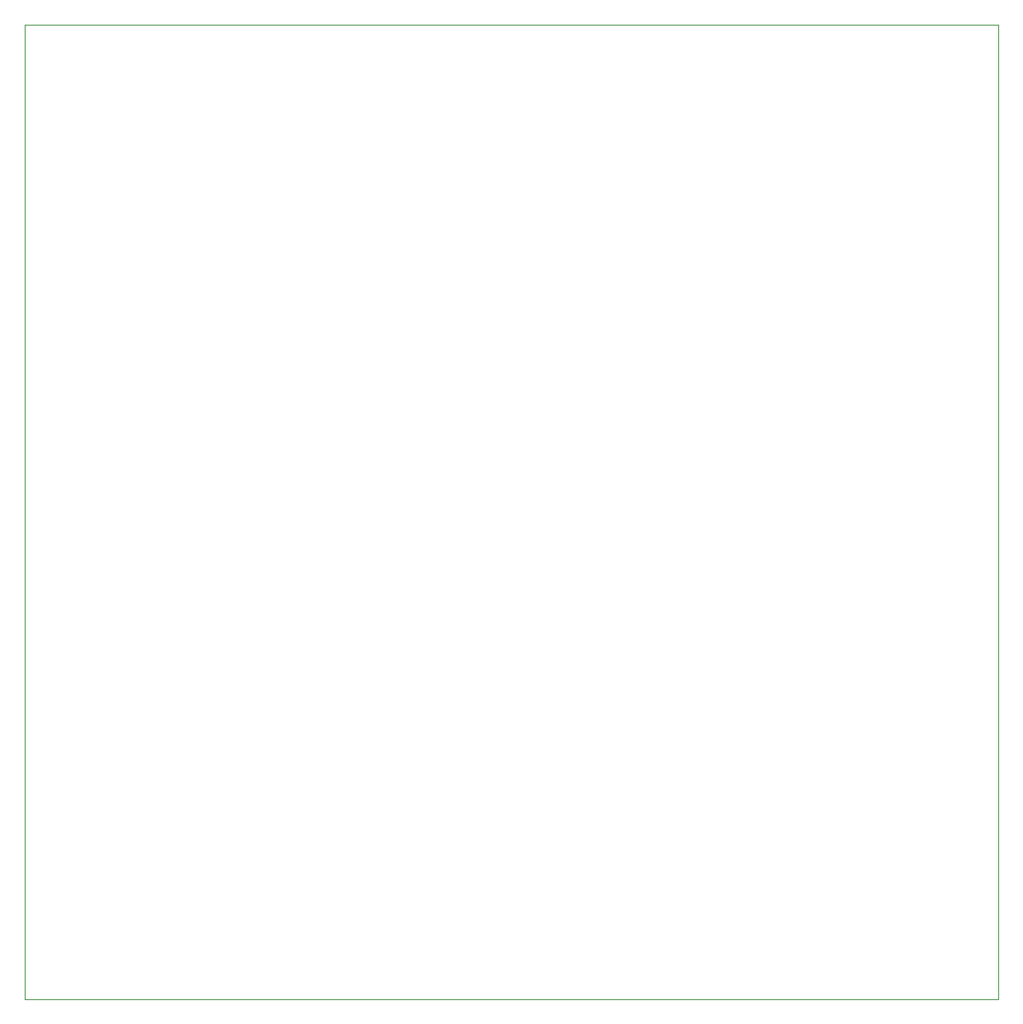
<source format=gbr>
G04 (created by PCBNEW (2013-08-24 BZR 4298)-stable) date Sat 09 Aug 2014 02:40:24 PM PDT*
%MOIN*%
G04 Gerber Fmt 3.4, Leading zero omitted, Abs format*
%FSLAX34Y34*%
G01*
G70*
G90*
G04 APERTURE LIST*
%ADD10C,0.005906*%
%ADD11C,0.003937*%
G04 APERTURE END LIST*
G54D10*
G54D11*
X73622Y-24586D02*
X34251Y-24586D01*
X73622Y-63976D02*
X73622Y-24606D01*
X34251Y-63976D02*
X73622Y-63976D01*
X34251Y-24606D02*
X34251Y-63976D01*
M02*

</source>
